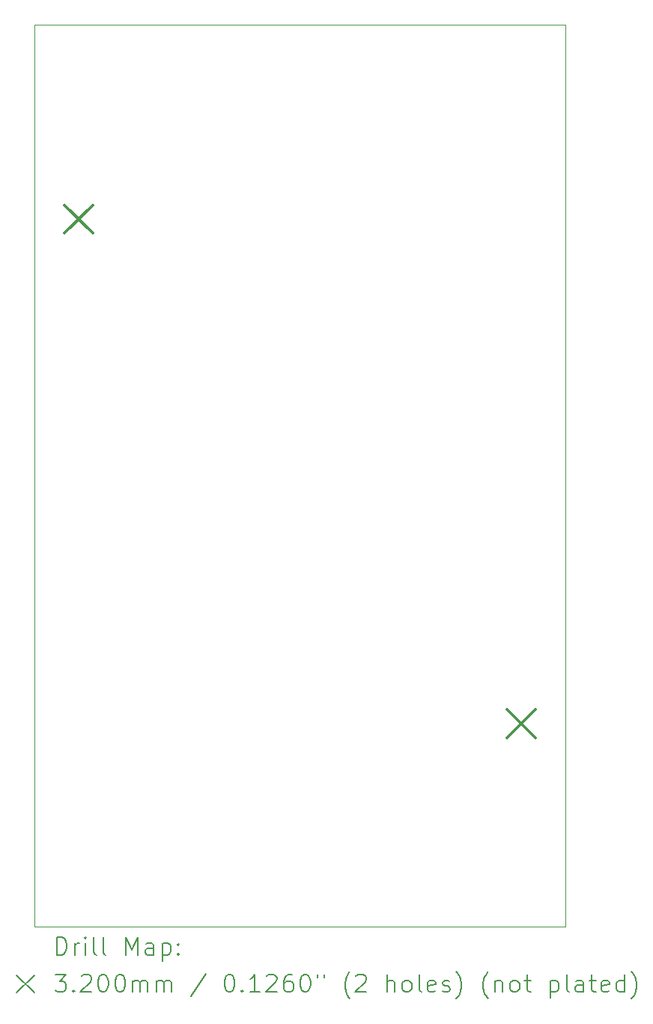
<source format=gbr>
%FSLAX45Y45*%
G04 Gerber Fmt 4.5, Leading zero omitted, Abs format (unit mm)*
G04 Created by KiCad (PCBNEW (6.0.4)) date 2023-11-12 14:02:15*
%MOMM*%
%LPD*%
G01*
G04 APERTURE LIST*
%TA.AperFunction,Profile*%
%ADD10C,0.100000*%
%TD*%
%ADD11C,0.200000*%
%ADD12C,0.320000*%
G04 APERTURE END LIST*
D10*
X8300000Y-4800000D02*
X8300000Y-4600000D01*
X8300000Y-4800000D02*
X8300000Y-14800000D01*
X2300000Y-4600000D02*
X8300000Y-4600000D01*
X2300000Y-14800000D02*
X2300000Y-4800000D01*
X8300000Y-14800000D02*
X2300000Y-14800000D01*
X2300000Y-4800000D02*
X2300000Y-4600000D01*
D11*
D12*
X2640000Y-6640000D02*
X2960000Y-6960000D01*
X2960000Y-6640000D02*
X2640000Y-6960000D01*
X7640000Y-12340000D02*
X7960000Y-12660000D01*
X7960000Y-12340000D02*
X7640000Y-12660000D01*
D11*
X2552619Y-15115476D02*
X2552619Y-14915476D01*
X2600238Y-14915476D01*
X2628810Y-14925000D01*
X2647857Y-14944048D01*
X2657381Y-14963095D01*
X2666905Y-15001190D01*
X2666905Y-15029762D01*
X2657381Y-15067857D01*
X2647857Y-15086905D01*
X2628810Y-15105952D01*
X2600238Y-15115476D01*
X2552619Y-15115476D01*
X2752619Y-15115476D02*
X2752619Y-14982143D01*
X2752619Y-15020238D02*
X2762143Y-15001190D01*
X2771667Y-14991667D01*
X2790714Y-14982143D01*
X2809762Y-14982143D01*
X2876428Y-15115476D02*
X2876428Y-14982143D01*
X2876428Y-14915476D02*
X2866905Y-14925000D01*
X2876428Y-14934524D01*
X2885952Y-14925000D01*
X2876428Y-14915476D01*
X2876428Y-14934524D01*
X3000238Y-15115476D02*
X2981190Y-15105952D01*
X2971667Y-15086905D01*
X2971667Y-14915476D01*
X3105000Y-15115476D02*
X3085952Y-15105952D01*
X3076428Y-15086905D01*
X3076428Y-14915476D01*
X3333571Y-15115476D02*
X3333571Y-14915476D01*
X3400238Y-15058333D01*
X3466905Y-14915476D01*
X3466905Y-15115476D01*
X3647857Y-15115476D02*
X3647857Y-15010714D01*
X3638333Y-14991667D01*
X3619286Y-14982143D01*
X3581190Y-14982143D01*
X3562143Y-14991667D01*
X3647857Y-15105952D02*
X3628809Y-15115476D01*
X3581190Y-15115476D01*
X3562143Y-15105952D01*
X3552619Y-15086905D01*
X3552619Y-15067857D01*
X3562143Y-15048809D01*
X3581190Y-15039286D01*
X3628809Y-15039286D01*
X3647857Y-15029762D01*
X3743095Y-14982143D02*
X3743095Y-15182143D01*
X3743095Y-14991667D02*
X3762143Y-14982143D01*
X3800238Y-14982143D01*
X3819286Y-14991667D01*
X3828809Y-15001190D01*
X3838333Y-15020238D01*
X3838333Y-15077381D01*
X3828809Y-15096428D01*
X3819286Y-15105952D01*
X3800238Y-15115476D01*
X3762143Y-15115476D01*
X3743095Y-15105952D01*
X3924048Y-15096428D02*
X3933571Y-15105952D01*
X3924048Y-15115476D01*
X3914524Y-15105952D01*
X3924048Y-15096428D01*
X3924048Y-15115476D01*
X3924048Y-14991667D02*
X3933571Y-15001190D01*
X3924048Y-15010714D01*
X3914524Y-15001190D01*
X3924048Y-14991667D01*
X3924048Y-15010714D01*
X2095000Y-15345000D02*
X2295000Y-15545000D01*
X2295000Y-15345000D02*
X2095000Y-15545000D01*
X2533571Y-15335476D02*
X2657381Y-15335476D01*
X2590714Y-15411667D01*
X2619286Y-15411667D01*
X2638333Y-15421190D01*
X2647857Y-15430714D01*
X2657381Y-15449762D01*
X2657381Y-15497381D01*
X2647857Y-15516428D01*
X2638333Y-15525952D01*
X2619286Y-15535476D01*
X2562143Y-15535476D01*
X2543095Y-15525952D01*
X2533571Y-15516428D01*
X2743095Y-15516428D02*
X2752619Y-15525952D01*
X2743095Y-15535476D01*
X2733571Y-15525952D01*
X2743095Y-15516428D01*
X2743095Y-15535476D01*
X2828809Y-15354524D02*
X2838333Y-15345000D01*
X2857381Y-15335476D01*
X2905000Y-15335476D01*
X2924048Y-15345000D01*
X2933571Y-15354524D01*
X2943095Y-15373571D01*
X2943095Y-15392619D01*
X2933571Y-15421190D01*
X2819286Y-15535476D01*
X2943095Y-15535476D01*
X3066905Y-15335476D02*
X3085952Y-15335476D01*
X3105000Y-15345000D01*
X3114524Y-15354524D01*
X3124048Y-15373571D01*
X3133571Y-15411667D01*
X3133571Y-15459286D01*
X3124048Y-15497381D01*
X3114524Y-15516428D01*
X3105000Y-15525952D01*
X3085952Y-15535476D01*
X3066905Y-15535476D01*
X3047857Y-15525952D01*
X3038333Y-15516428D01*
X3028809Y-15497381D01*
X3019286Y-15459286D01*
X3019286Y-15411667D01*
X3028809Y-15373571D01*
X3038333Y-15354524D01*
X3047857Y-15345000D01*
X3066905Y-15335476D01*
X3257381Y-15335476D02*
X3276428Y-15335476D01*
X3295476Y-15345000D01*
X3305000Y-15354524D01*
X3314524Y-15373571D01*
X3324048Y-15411667D01*
X3324048Y-15459286D01*
X3314524Y-15497381D01*
X3305000Y-15516428D01*
X3295476Y-15525952D01*
X3276428Y-15535476D01*
X3257381Y-15535476D01*
X3238333Y-15525952D01*
X3228809Y-15516428D01*
X3219286Y-15497381D01*
X3209762Y-15459286D01*
X3209762Y-15411667D01*
X3219286Y-15373571D01*
X3228809Y-15354524D01*
X3238333Y-15345000D01*
X3257381Y-15335476D01*
X3409762Y-15535476D02*
X3409762Y-15402143D01*
X3409762Y-15421190D02*
X3419286Y-15411667D01*
X3438333Y-15402143D01*
X3466905Y-15402143D01*
X3485952Y-15411667D01*
X3495476Y-15430714D01*
X3495476Y-15535476D01*
X3495476Y-15430714D02*
X3505000Y-15411667D01*
X3524048Y-15402143D01*
X3552619Y-15402143D01*
X3571667Y-15411667D01*
X3581190Y-15430714D01*
X3581190Y-15535476D01*
X3676428Y-15535476D02*
X3676428Y-15402143D01*
X3676428Y-15421190D02*
X3685952Y-15411667D01*
X3705000Y-15402143D01*
X3733571Y-15402143D01*
X3752619Y-15411667D01*
X3762143Y-15430714D01*
X3762143Y-15535476D01*
X3762143Y-15430714D02*
X3771667Y-15411667D01*
X3790714Y-15402143D01*
X3819286Y-15402143D01*
X3838333Y-15411667D01*
X3847857Y-15430714D01*
X3847857Y-15535476D01*
X4238333Y-15325952D02*
X4066905Y-15583095D01*
X4495476Y-15335476D02*
X4514524Y-15335476D01*
X4533571Y-15345000D01*
X4543095Y-15354524D01*
X4552619Y-15373571D01*
X4562143Y-15411667D01*
X4562143Y-15459286D01*
X4552619Y-15497381D01*
X4543095Y-15516428D01*
X4533571Y-15525952D01*
X4514524Y-15535476D01*
X4495476Y-15535476D01*
X4476429Y-15525952D01*
X4466905Y-15516428D01*
X4457381Y-15497381D01*
X4447857Y-15459286D01*
X4447857Y-15411667D01*
X4457381Y-15373571D01*
X4466905Y-15354524D01*
X4476429Y-15345000D01*
X4495476Y-15335476D01*
X4647857Y-15516428D02*
X4657381Y-15525952D01*
X4647857Y-15535476D01*
X4638333Y-15525952D01*
X4647857Y-15516428D01*
X4647857Y-15535476D01*
X4847857Y-15535476D02*
X4733571Y-15535476D01*
X4790714Y-15535476D02*
X4790714Y-15335476D01*
X4771667Y-15364048D01*
X4752619Y-15383095D01*
X4733571Y-15392619D01*
X4924048Y-15354524D02*
X4933571Y-15345000D01*
X4952619Y-15335476D01*
X5000238Y-15335476D01*
X5019286Y-15345000D01*
X5028810Y-15354524D01*
X5038333Y-15373571D01*
X5038333Y-15392619D01*
X5028810Y-15421190D01*
X4914524Y-15535476D01*
X5038333Y-15535476D01*
X5209762Y-15335476D02*
X5171667Y-15335476D01*
X5152619Y-15345000D01*
X5143095Y-15354524D01*
X5124048Y-15383095D01*
X5114524Y-15421190D01*
X5114524Y-15497381D01*
X5124048Y-15516428D01*
X5133571Y-15525952D01*
X5152619Y-15535476D01*
X5190714Y-15535476D01*
X5209762Y-15525952D01*
X5219286Y-15516428D01*
X5228810Y-15497381D01*
X5228810Y-15449762D01*
X5219286Y-15430714D01*
X5209762Y-15421190D01*
X5190714Y-15411667D01*
X5152619Y-15411667D01*
X5133571Y-15421190D01*
X5124048Y-15430714D01*
X5114524Y-15449762D01*
X5352619Y-15335476D02*
X5371667Y-15335476D01*
X5390714Y-15345000D01*
X5400238Y-15354524D01*
X5409762Y-15373571D01*
X5419286Y-15411667D01*
X5419286Y-15459286D01*
X5409762Y-15497381D01*
X5400238Y-15516428D01*
X5390714Y-15525952D01*
X5371667Y-15535476D01*
X5352619Y-15535476D01*
X5333571Y-15525952D01*
X5324048Y-15516428D01*
X5314524Y-15497381D01*
X5305000Y-15459286D01*
X5305000Y-15411667D01*
X5314524Y-15373571D01*
X5324048Y-15354524D01*
X5333571Y-15345000D01*
X5352619Y-15335476D01*
X5495476Y-15335476D02*
X5495476Y-15373571D01*
X5571667Y-15335476D02*
X5571667Y-15373571D01*
X5866905Y-15611667D02*
X5857381Y-15602143D01*
X5838333Y-15573571D01*
X5828809Y-15554524D01*
X5819286Y-15525952D01*
X5809762Y-15478333D01*
X5809762Y-15440238D01*
X5819286Y-15392619D01*
X5828809Y-15364048D01*
X5838333Y-15345000D01*
X5857381Y-15316428D01*
X5866905Y-15306905D01*
X5933571Y-15354524D02*
X5943095Y-15345000D01*
X5962143Y-15335476D01*
X6009762Y-15335476D01*
X6028809Y-15345000D01*
X6038333Y-15354524D01*
X6047857Y-15373571D01*
X6047857Y-15392619D01*
X6038333Y-15421190D01*
X5924048Y-15535476D01*
X6047857Y-15535476D01*
X6285952Y-15535476D02*
X6285952Y-15335476D01*
X6371667Y-15535476D02*
X6371667Y-15430714D01*
X6362143Y-15411667D01*
X6343095Y-15402143D01*
X6314524Y-15402143D01*
X6295476Y-15411667D01*
X6285952Y-15421190D01*
X6495476Y-15535476D02*
X6476428Y-15525952D01*
X6466905Y-15516428D01*
X6457381Y-15497381D01*
X6457381Y-15440238D01*
X6466905Y-15421190D01*
X6476428Y-15411667D01*
X6495476Y-15402143D01*
X6524048Y-15402143D01*
X6543095Y-15411667D01*
X6552619Y-15421190D01*
X6562143Y-15440238D01*
X6562143Y-15497381D01*
X6552619Y-15516428D01*
X6543095Y-15525952D01*
X6524048Y-15535476D01*
X6495476Y-15535476D01*
X6676428Y-15535476D02*
X6657381Y-15525952D01*
X6647857Y-15506905D01*
X6647857Y-15335476D01*
X6828809Y-15525952D02*
X6809762Y-15535476D01*
X6771667Y-15535476D01*
X6752619Y-15525952D01*
X6743095Y-15506905D01*
X6743095Y-15430714D01*
X6752619Y-15411667D01*
X6771667Y-15402143D01*
X6809762Y-15402143D01*
X6828809Y-15411667D01*
X6838333Y-15430714D01*
X6838333Y-15449762D01*
X6743095Y-15468809D01*
X6914524Y-15525952D02*
X6933571Y-15535476D01*
X6971667Y-15535476D01*
X6990714Y-15525952D01*
X7000238Y-15506905D01*
X7000238Y-15497381D01*
X6990714Y-15478333D01*
X6971667Y-15468809D01*
X6943095Y-15468809D01*
X6924048Y-15459286D01*
X6914524Y-15440238D01*
X6914524Y-15430714D01*
X6924048Y-15411667D01*
X6943095Y-15402143D01*
X6971667Y-15402143D01*
X6990714Y-15411667D01*
X7066905Y-15611667D02*
X7076428Y-15602143D01*
X7095476Y-15573571D01*
X7105000Y-15554524D01*
X7114524Y-15525952D01*
X7124048Y-15478333D01*
X7124048Y-15440238D01*
X7114524Y-15392619D01*
X7105000Y-15364048D01*
X7095476Y-15345000D01*
X7076428Y-15316428D01*
X7066905Y-15306905D01*
X7428809Y-15611667D02*
X7419286Y-15602143D01*
X7400238Y-15573571D01*
X7390714Y-15554524D01*
X7381190Y-15525952D01*
X7371667Y-15478333D01*
X7371667Y-15440238D01*
X7381190Y-15392619D01*
X7390714Y-15364048D01*
X7400238Y-15345000D01*
X7419286Y-15316428D01*
X7428809Y-15306905D01*
X7505000Y-15402143D02*
X7505000Y-15535476D01*
X7505000Y-15421190D02*
X7514524Y-15411667D01*
X7533571Y-15402143D01*
X7562143Y-15402143D01*
X7581190Y-15411667D01*
X7590714Y-15430714D01*
X7590714Y-15535476D01*
X7714524Y-15535476D02*
X7695476Y-15525952D01*
X7685952Y-15516428D01*
X7676428Y-15497381D01*
X7676428Y-15440238D01*
X7685952Y-15421190D01*
X7695476Y-15411667D01*
X7714524Y-15402143D01*
X7743095Y-15402143D01*
X7762143Y-15411667D01*
X7771667Y-15421190D01*
X7781190Y-15440238D01*
X7781190Y-15497381D01*
X7771667Y-15516428D01*
X7762143Y-15525952D01*
X7743095Y-15535476D01*
X7714524Y-15535476D01*
X7838333Y-15402143D02*
X7914524Y-15402143D01*
X7866905Y-15335476D02*
X7866905Y-15506905D01*
X7876428Y-15525952D01*
X7895476Y-15535476D01*
X7914524Y-15535476D01*
X8133571Y-15402143D02*
X8133571Y-15602143D01*
X8133571Y-15411667D02*
X8152619Y-15402143D01*
X8190714Y-15402143D01*
X8209762Y-15411667D01*
X8219286Y-15421190D01*
X8228809Y-15440238D01*
X8228809Y-15497381D01*
X8219286Y-15516428D01*
X8209762Y-15525952D01*
X8190714Y-15535476D01*
X8152619Y-15535476D01*
X8133571Y-15525952D01*
X8343095Y-15535476D02*
X8324048Y-15525952D01*
X8314524Y-15506905D01*
X8314524Y-15335476D01*
X8505000Y-15535476D02*
X8505000Y-15430714D01*
X8495476Y-15411667D01*
X8476429Y-15402143D01*
X8438333Y-15402143D01*
X8419286Y-15411667D01*
X8505000Y-15525952D02*
X8485952Y-15535476D01*
X8438333Y-15535476D01*
X8419286Y-15525952D01*
X8409762Y-15506905D01*
X8409762Y-15487857D01*
X8419286Y-15468809D01*
X8438333Y-15459286D01*
X8485952Y-15459286D01*
X8505000Y-15449762D01*
X8571667Y-15402143D02*
X8647857Y-15402143D01*
X8600238Y-15335476D02*
X8600238Y-15506905D01*
X8609762Y-15525952D01*
X8628810Y-15535476D01*
X8647857Y-15535476D01*
X8790714Y-15525952D02*
X8771667Y-15535476D01*
X8733571Y-15535476D01*
X8714524Y-15525952D01*
X8705000Y-15506905D01*
X8705000Y-15430714D01*
X8714524Y-15411667D01*
X8733571Y-15402143D01*
X8771667Y-15402143D01*
X8790714Y-15411667D01*
X8800238Y-15430714D01*
X8800238Y-15449762D01*
X8705000Y-15468809D01*
X8971667Y-15535476D02*
X8971667Y-15335476D01*
X8971667Y-15525952D02*
X8952619Y-15535476D01*
X8914524Y-15535476D01*
X8895476Y-15525952D01*
X8885952Y-15516428D01*
X8876429Y-15497381D01*
X8876429Y-15440238D01*
X8885952Y-15421190D01*
X8895476Y-15411667D01*
X8914524Y-15402143D01*
X8952619Y-15402143D01*
X8971667Y-15411667D01*
X9047857Y-15611667D02*
X9057381Y-15602143D01*
X9076429Y-15573571D01*
X9085952Y-15554524D01*
X9095476Y-15525952D01*
X9105000Y-15478333D01*
X9105000Y-15440238D01*
X9095476Y-15392619D01*
X9085952Y-15364048D01*
X9076429Y-15345000D01*
X9057381Y-15316428D01*
X9047857Y-15306905D01*
M02*

</source>
